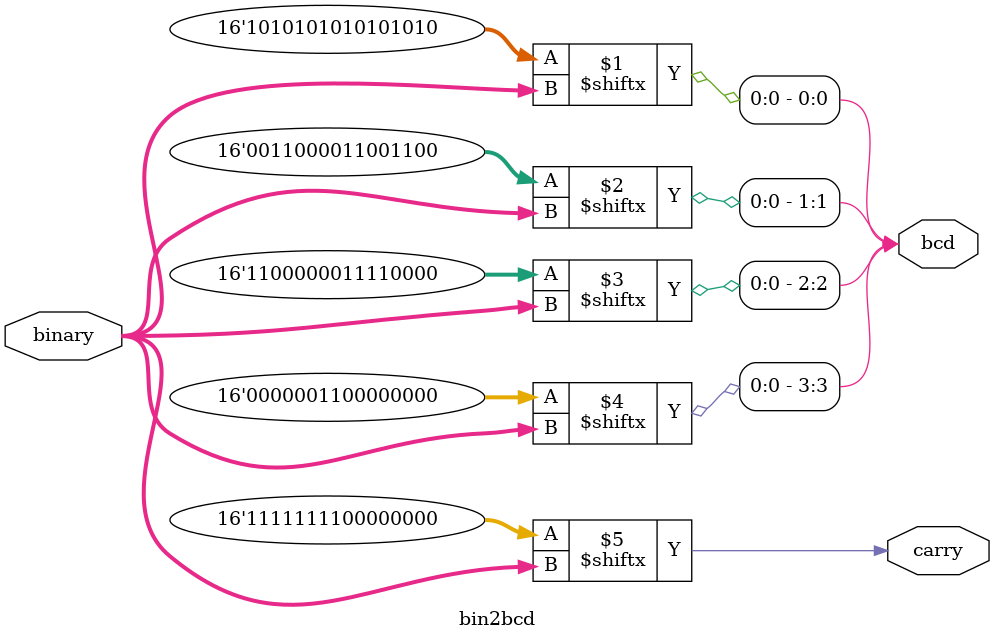
<source format=sv>
module bin2bcd (
  input logic [3:0] binary,
  output logic [3:0] bcd,
  output logic carry
);
  // …
  // Add your description here
  
  localparam [15:0] mux0 = 16'b1010_1010_1010_1010;  //bcd0
  localparam [15:0] mux1 = 16'b0011_0000_1100_1100;  //bcd1
  localparam [15:0] mux2 = 16'b1100_0000_1111_0000;  //bcd2
  localparam [15:0] mux3 = 16'b0000_0011_0000_0000;  //bcd3

  localparam [15:0] mux4 = 16'b1111_1111_0000_0000;  //carry


  
  assign    bcd = {mux3[binary],mux2[binary],mux1[binary],mux0[binary]};
  assign    carry = mux4[binary];
  
  // …

endmodule

</source>
